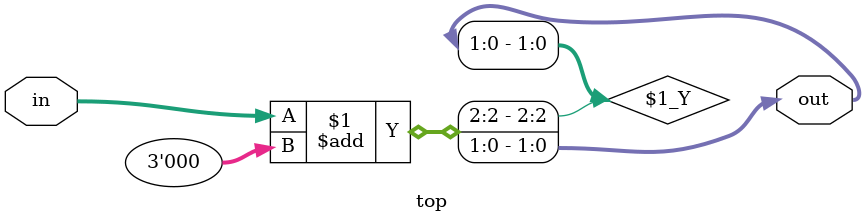
<source format=sv>
module top (
    input  [2:0] in,
    output [1:0] out
);

    assign out = in[2:0] + 3'b000;

endmodule

</source>
